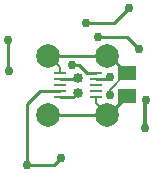
<source format=gbl>
G04 #@! TF.FileFunction,Copper,L2,Bot,Signal*
%FSLAX46Y46*%
G04 Gerber Fmt 4.6, Leading zero omitted, Abs format (unit mm)*
G04 Created by KiCad (PCBNEW (2016-04-07 BZR 6673, Git 973786d)-product) date Fri 08 Apr 2016 06:49:24 PM CEST*
%MOMM*%
G01*
G04 APERTURE LIST*
%ADD10C,0.150000*%
%ADD11R,1.000000X0.250000*%
%ADD12C,2.000000*%
%ADD13C,0.850000*%
%ADD14R,1.498600X1.297940*%
%ADD15C,0.750000*%
%ADD16C,0.203200*%
%ADD17C,0.254000*%
%ADD18C,0.304800*%
G04 APERTURE END LIST*
D10*
D11*
X76500000Y-61000000D03*
X76500000Y-61500000D03*
X76500000Y-62000000D03*
X76500000Y-62500000D03*
X76500000Y-63000000D03*
X73500000Y-63000000D03*
X73500000Y-62500000D03*
X73500000Y-62000000D03*
X73500000Y-61500000D03*
X73500000Y-61000000D03*
D12*
X77500000Y-64500000D03*
X77500000Y-59500000D03*
X72500000Y-59500000D03*
X72500000Y-64500000D03*
D13*
X75000000Y-62635000D03*
X75000000Y-61365000D03*
D14*
X79180000Y-61000040D03*
X79180000Y-62899960D03*
D15*
X77699998Y-62805210D03*
X79300000Y-55500000D03*
X75700000Y-56700000D03*
X77700000Y-61300000D03*
X69200000Y-60800000D03*
X69100000Y-58200000D03*
X80799996Y-63300000D03*
X76700001Y-57900001D03*
X80177927Y-58922073D03*
X80700000Y-65600000D03*
X70700000Y-68800000D03*
X73600000Y-68200000D03*
X74498200Y-60325000D03*
D16*
X76500000Y-63500000D02*
X77500000Y-64500000D01*
X76500000Y-63000000D02*
X76500000Y-63500000D01*
D17*
X77500000Y-64500000D02*
X77579960Y-64500000D01*
X77579960Y-64500000D02*
X79180000Y-62899960D01*
X72500000Y-64500000D02*
X77500000Y-64500000D01*
X72500000Y-59500000D02*
X76085787Y-59500000D01*
X76085787Y-59500000D02*
X77500000Y-59500000D01*
D16*
X77699998Y-62379712D02*
X77699998Y-62805210D01*
X79079670Y-61000040D02*
X77699998Y-62379712D01*
X79180000Y-61000040D02*
X79079670Y-61000040D01*
X73500000Y-61000000D02*
X73500000Y-60500000D01*
X73500000Y-60500000D02*
X72500000Y-59500000D01*
D17*
X77500000Y-59500000D02*
X77900000Y-59900000D01*
X77500000Y-59500000D02*
X77679960Y-59500000D01*
X77679960Y-59500000D02*
X79180000Y-61000040D01*
X78925001Y-55874999D02*
X79300000Y-55500000D01*
X78100000Y-56700000D02*
X78925001Y-55874999D01*
X75700000Y-56700000D02*
X78100000Y-56700000D01*
X76500000Y-61500000D02*
X77500000Y-61500000D01*
X77500000Y-61500000D02*
X77700000Y-61300000D01*
X69100000Y-58200000D02*
X69100000Y-60700000D01*
X69100000Y-60700000D02*
X69200000Y-60800000D01*
D18*
X80700000Y-63399996D02*
X80799996Y-63300000D01*
X80700000Y-65600000D02*
X80700000Y-63399996D01*
D17*
X77230331Y-57900001D02*
X76700001Y-57900001D01*
X79155855Y-57900001D02*
X77230331Y-57900001D01*
X80177927Y-58922073D02*
X79155855Y-57900001D01*
X73500000Y-61500000D02*
X74865000Y-61500000D01*
X74865000Y-61500000D02*
X75000000Y-61365000D01*
X73500000Y-62500000D02*
X71800000Y-62500000D01*
X71800000Y-62500000D02*
X70700000Y-63600000D01*
X70700000Y-63600000D02*
X70700000Y-68350988D01*
X70700000Y-68350988D02*
X70700000Y-68800000D01*
X73600000Y-68200000D02*
X73000000Y-68800000D01*
X73000000Y-68800000D02*
X70700000Y-68800000D01*
X75071000Y-60325000D02*
X75028530Y-60325000D01*
X75746000Y-61000000D02*
X75071000Y-60325000D01*
X75028530Y-60325000D02*
X74498200Y-60325000D01*
X76500000Y-61000000D02*
X75746000Y-61000000D01*
X73500000Y-63000000D02*
X74635000Y-63000000D01*
X74635000Y-63000000D02*
X75000000Y-62635000D01*
D16*
X73457994Y-62957994D02*
X73500000Y-63000000D01*
M02*

</source>
